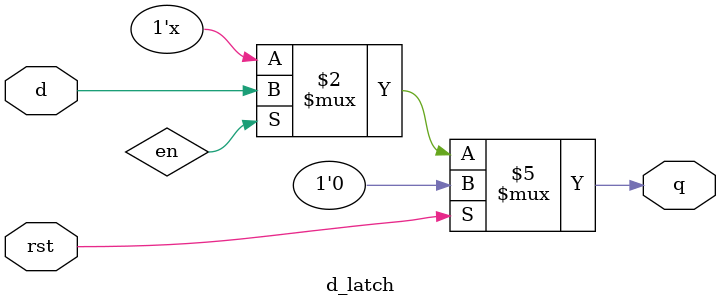
<source format=v>
module d_latch (
    input d,
    input rst,  // reset
    output reg q
  );
  
  always @(rst or d)
    if (rst)
      q <= 0;
    else
      if (en)
        q <= d;
  
endmodule


</source>
